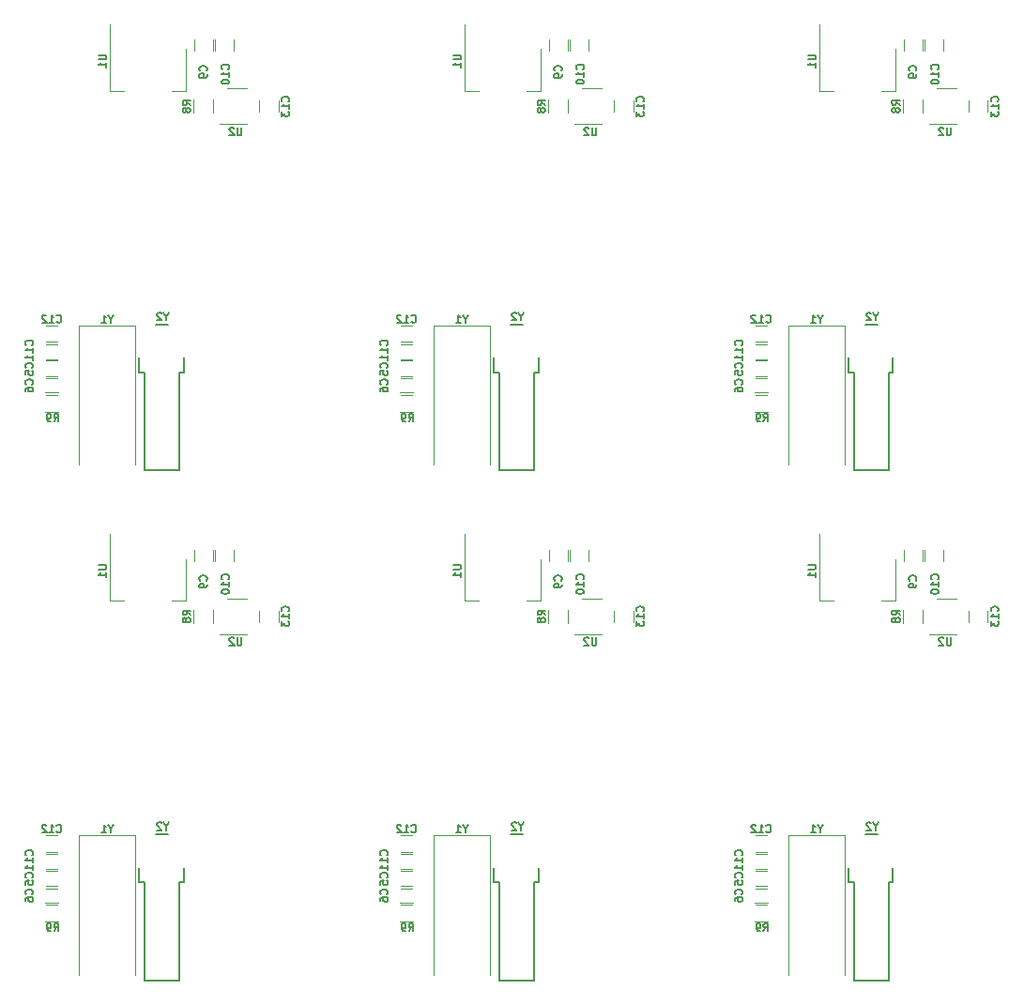
<source format=gbr>
G04 #@! TF.FileFunction,Legend,Bot*
%FSLAX46Y46*%
G04 Gerber Fmt 4.6, Leading zero omitted, Abs format (unit mm)*
G04 Created by KiCad (PCBNEW 4.0.7) date 07/23/18 15:50:34*
%MOMM*%
%LPD*%
G01*
G04 APERTURE LIST*
%ADD10C,0.100000*%
%ADD11C,0.120000*%
%ADD12C,0.150000*%
G04 APERTURE END LIST*
D10*
D11*
X145110000Y-58410000D02*
X143850000Y-58410000D01*
X138290000Y-58410000D02*
X139550000Y-58410000D01*
X145110000Y-54650000D02*
X145110000Y-58410000D01*
X138290000Y-52400000D02*
X138290000Y-58410000D01*
X147550000Y-53800000D02*
X147550000Y-54800000D01*
X145850000Y-54800000D02*
X145850000Y-53800000D01*
X149450000Y-53800000D02*
X149450000Y-54800000D01*
X147750000Y-54800000D02*
X147750000Y-53800000D01*
X147580000Y-60400000D02*
X147580000Y-59200000D01*
X145820000Y-59200000D02*
X145820000Y-60400000D01*
X153450000Y-59300000D02*
X153450000Y-60300000D01*
X151750000Y-60300000D02*
X151750000Y-59300000D01*
X148800000Y-58190000D02*
X150600000Y-58190000D01*
X150600000Y-61410000D02*
X148150000Y-61410000D01*
X165600000Y-85620000D02*
X164400000Y-85620000D01*
X164400000Y-87380000D02*
X165600000Y-87380000D01*
X164500000Y-82650000D02*
X165500000Y-82650000D01*
X165500000Y-84350000D02*
X164500000Y-84350000D01*
X164500000Y-81050000D02*
X165500000Y-81050000D01*
X165500000Y-82750000D02*
X164500000Y-82750000D01*
X167450000Y-92150000D02*
X167450000Y-79550000D01*
X167450000Y-79550000D02*
X172550000Y-79550000D01*
X172550000Y-79550000D02*
X172550000Y-92150000D01*
D12*
X175500000Y-79500000D02*
X174400000Y-79500000D01*
X172900000Y-83800000D02*
X172900000Y-82500000D01*
X173000000Y-83800000D02*
X172900000Y-83800000D01*
X173400000Y-83800000D02*
X173000000Y-83800000D01*
X173400000Y-92650000D02*
X173400000Y-83800000D01*
X176500000Y-92650000D02*
X173400000Y-92650000D01*
X176500000Y-83800000D02*
X176500000Y-92650000D01*
X176900000Y-83800000D02*
X176500000Y-83800000D01*
X176900000Y-82500000D02*
X176900000Y-83800000D01*
D11*
X164509843Y-84150000D02*
X165509843Y-84150000D01*
X165509843Y-85850000D02*
X164509843Y-85850000D01*
X164500000Y-79550000D02*
X165500000Y-79550000D01*
X165500000Y-81250000D02*
X164500000Y-81250000D01*
X100500000Y-82650000D02*
X101500000Y-82650000D01*
X101500000Y-84350000D02*
X100500000Y-84350000D01*
X100500000Y-81050000D02*
X101500000Y-81050000D01*
X101500000Y-82750000D02*
X100500000Y-82750000D01*
X100509843Y-84150000D02*
X101509843Y-84150000D01*
X101509843Y-85850000D02*
X100509843Y-85850000D01*
X103450000Y-92150000D02*
X103450000Y-79550000D01*
X103450000Y-79550000D02*
X108550000Y-79550000D01*
X108550000Y-79550000D02*
X108550000Y-92150000D01*
D12*
X111500000Y-79500000D02*
X110400000Y-79500000D01*
X108900000Y-83800000D02*
X108900000Y-82500000D01*
X109000000Y-83800000D02*
X108900000Y-83800000D01*
X109400000Y-83800000D02*
X109000000Y-83800000D01*
X109400000Y-92650000D02*
X109400000Y-83800000D01*
X112500000Y-92650000D02*
X109400000Y-92650000D01*
X112500000Y-83800000D02*
X112500000Y-92650000D01*
X112900000Y-83800000D02*
X112500000Y-83800000D01*
X112900000Y-82500000D02*
X112900000Y-83800000D01*
D11*
X101600000Y-85620000D02*
X100400000Y-85620000D01*
X100400000Y-87380000D02*
X101600000Y-87380000D01*
X100500000Y-79550000D02*
X101500000Y-79550000D01*
X101500000Y-81250000D02*
X100500000Y-81250000D01*
D12*
X143500000Y-79500000D02*
X142400000Y-79500000D01*
X140900000Y-83800000D02*
X140900000Y-82500000D01*
X141000000Y-83800000D02*
X140900000Y-83800000D01*
X141400000Y-83800000D02*
X141000000Y-83800000D01*
X141400000Y-92650000D02*
X141400000Y-83800000D01*
X144500000Y-92650000D02*
X141400000Y-92650000D01*
X144500000Y-83800000D02*
X144500000Y-92650000D01*
X144900000Y-83800000D02*
X144500000Y-83800000D01*
X144900000Y-82500000D02*
X144900000Y-83800000D01*
D11*
X135450000Y-92150000D02*
X135450000Y-79550000D01*
X135450000Y-79550000D02*
X140550000Y-79550000D01*
X140550000Y-79550000D02*
X140550000Y-92150000D01*
X132500000Y-79550000D02*
X133500000Y-79550000D01*
X133500000Y-81250000D02*
X132500000Y-81250000D01*
X132500000Y-81050000D02*
X133500000Y-81050000D01*
X133500000Y-82750000D02*
X132500000Y-82750000D01*
X133600000Y-85620000D02*
X132400000Y-85620000D01*
X132400000Y-87380000D02*
X133600000Y-87380000D01*
X132509843Y-84150000D02*
X133509843Y-84150000D01*
X133509843Y-85850000D02*
X132509843Y-85850000D01*
X132500000Y-82650000D02*
X133500000Y-82650000D01*
X133500000Y-84350000D02*
X132500000Y-84350000D01*
X177110000Y-58410000D02*
X175850000Y-58410000D01*
X170290000Y-58410000D02*
X171550000Y-58410000D01*
X177110000Y-54650000D02*
X177110000Y-58410000D01*
X170290000Y-52400000D02*
X170290000Y-58410000D01*
X179550000Y-53800000D02*
X179550000Y-54800000D01*
X177850000Y-54800000D02*
X177850000Y-53800000D01*
X179580000Y-60400000D02*
X179580000Y-59200000D01*
X177820000Y-59200000D02*
X177820000Y-60400000D01*
X185450000Y-59300000D02*
X185450000Y-60300000D01*
X183750000Y-60300000D02*
X183750000Y-59300000D01*
X181450000Y-53800000D02*
X181450000Y-54800000D01*
X179750000Y-54800000D02*
X179750000Y-53800000D01*
X180800000Y-58190000D02*
X182600000Y-58190000D01*
X182600000Y-61410000D02*
X180150000Y-61410000D01*
X116800000Y-58190000D02*
X118600000Y-58190000D01*
X118600000Y-61410000D02*
X116150000Y-61410000D01*
X115550000Y-53800000D02*
X115550000Y-54800000D01*
X113850000Y-54800000D02*
X113850000Y-53800000D01*
X117450000Y-53800000D02*
X117450000Y-54800000D01*
X115750000Y-54800000D02*
X115750000Y-53800000D01*
X113110000Y-58410000D02*
X111850000Y-58410000D01*
X106290000Y-58410000D02*
X107550000Y-58410000D01*
X113110000Y-54650000D02*
X113110000Y-58410000D01*
X106290000Y-52400000D02*
X106290000Y-58410000D01*
X121450000Y-59300000D02*
X121450000Y-60300000D01*
X119750000Y-60300000D02*
X119750000Y-59300000D01*
X115580000Y-60400000D02*
X115580000Y-59200000D01*
X113820000Y-59200000D02*
X113820000Y-60400000D01*
X181450000Y-99800000D02*
X181450000Y-100800000D01*
X179750000Y-100800000D02*
X179750000Y-99800000D01*
X179580000Y-106400000D02*
X179580000Y-105200000D01*
X177820000Y-105200000D02*
X177820000Y-106400000D01*
X179550000Y-99800000D02*
X179550000Y-100800000D01*
X177850000Y-100800000D02*
X177850000Y-99800000D01*
X185450000Y-105300000D02*
X185450000Y-106300000D01*
X183750000Y-106300000D02*
X183750000Y-105300000D01*
X177110000Y-104410000D02*
X175850000Y-104410000D01*
X170290000Y-104410000D02*
X171550000Y-104410000D01*
X177110000Y-100650000D02*
X177110000Y-104410000D01*
X170290000Y-98400000D02*
X170290000Y-104410000D01*
X180800000Y-104190000D02*
X182600000Y-104190000D01*
X182600000Y-107410000D02*
X180150000Y-107410000D01*
X164509843Y-130150000D02*
X165509843Y-130150000D01*
X165509843Y-131850000D02*
X164509843Y-131850000D01*
X164500000Y-127050000D02*
X165500000Y-127050000D01*
X165500000Y-128750000D02*
X164500000Y-128750000D01*
X165600000Y-131620000D02*
X164400000Y-131620000D01*
X164400000Y-133380000D02*
X165600000Y-133380000D01*
X164500000Y-128650000D02*
X165500000Y-128650000D01*
X165500000Y-130350000D02*
X164500000Y-130350000D01*
X167450000Y-138150000D02*
X167450000Y-125550000D01*
X167450000Y-125550000D02*
X172550000Y-125550000D01*
X172550000Y-125550000D02*
X172550000Y-138150000D01*
X164500000Y-125550000D02*
X165500000Y-125550000D01*
X165500000Y-127250000D02*
X164500000Y-127250000D01*
D12*
X175500000Y-125500000D02*
X174400000Y-125500000D01*
X172900000Y-129800000D02*
X172900000Y-128500000D01*
X173000000Y-129800000D02*
X172900000Y-129800000D01*
X173400000Y-129800000D02*
X173000000Y-129800000D01*
X173400000Y-138650000D02*
X173400000Y-129800000D01*
X176500000Y-138650000D02*
X173400000Y-138650000D01*
X176500000Y-129800000D02*
X176500000Y-138650000D01*
X176900000Y-129800000D02*
X176500000Y-129800000D01*
X176900000Y-128500000D02*
X176900000Y-129800000D01*
D11*
X149450000Y-99800000D02*
X149450000Y-100800000D01*
X147750000Y-100800000D02*
X147750000Y-99800000D01*
X147580000Y-106400000D02*
X147580000Y-105200000D01*
X145820000Y-105200000D02*
X145820000Y-106400000D01*
X147550000Y-99800000D02*
X147550000Y-100800000D01*
X145850000Y-100800000D02*
X145850000Y-99800000D01*
X153450000Y-105300000D02*
X153450000Y-106300000D01*
X151750000Y-106300000D02*
X151750000Y-105300000D01*
X145110000Y-104410000D02*
X143850000Y-104410000D01*
X138290000Y-104410000D02*
X139550000Y-104410000D01*
X145110000Y-100650000D02*
X145110000Y-104410000D01*
X138290000Y-98400000D02*
X138290000Y-104410000D01*
X148800000Y-104190000D02*
X150600000Y-104190000D01*
X150600000Y-107410000D02*
X148150000Y-107410000D01*
X132509843Y-130150000D02*
X133509843Y-130150000D01*
X133509843Y-131850000D02*
X132509843Y-131850000D01*
X132500000Y-127050000D02*
X133500000Y-127050000D01*
X133500000Y-128750000D02*
X132500000Y-128750000D01*
X133600000Y-131620000D02*
X132400000Y-131620000D01*
X132400000Y-133380000D02*
X133600000Y-133380000D01*
X132500000Y-128650000D02*
X133500000Y-128650000D01*
X133500000Y-130350000D02*
X132500000Y-130350000D01*
X135450000Y-138150000D02*
X135450000Y-125550000D01*
X135450000Y-125550000D02*
X140550000Y-125550000D01*
X140550000Y-125550000D02*
X140550000Y-138150000D01*
X132500000Y-125550000D02*
X133500000Y-125550000D01*
X133500000Y-127250000D02*
X132500000Y-127250000D01*
D12*
X143500000Y-125500000D02*
X142400000Y-125500000D01*
X140900000Y-129800000D02*
X140900000Y-128500000D01*
X141000000Y-129800000D02*
X140900000Y-129800000D01*
X141400000Y-129800000D02*
X141000000Y-129800000D01*
X141400000Y-138650000D02*
X141400000Y-129800000D01*
X144500000Y-138650000D02*
X141400000Y-138650000D01*
X144500000Y-129800000D02*
X144500000Y-138650000D01*
X144900000Y-129800000D02*
X144500000Y-129800000D01*
X144900000Y-128500000D02*
X144900000Y-129800000D01*
D11*
X100500000Y-128650000D02*
X101500000Y-128650000D01*
X101500000Y-130350000D02*
X100500000Y-130350000D01*
X100509843Y-130150000D02*
X101509843Y-130150000D01*
X101509843Y-131850000D02*
X100509843Y-131850000D01*
X115550000Y-99800000D02*
X115550000Y-100800000D01*
X113850000Y-100800000D02*
X113850000Y-99800000D01*
X117450000Y-99800000D02*
X117450000Y-100800000D01*
X115750000Y-100800000D02*
X115750000Y-99800000D01*
X100500000Y-127050000D02*
X101500000Y-127050000D01*
X101500000Y-128750000D02*
X100500000Y-128750000D01*
X100500000Y-125550000D02*
X101500000Y-125550000D01*
X101500000Y-127250000D02*
X100500000Y-127250000D01*
X121450000Y-105300000D02*
X121450000Y-106300000D01*
X119750000Y-106300000D02*
X119750000Y-105300000D01*
X115580000Y-106400000D02*
X115580000Y-105200000D01*
X113820000Y-105200000D02*
X113820000Y-106400000D01*
X101600000Y-131620000D02*
X100400000Y-131620000D01*
X100400000Y-133380000D02*
X101600000Y-133380000D01*
X116800000Y-104190000D02*
X118600000Y-104190000D01*
X118600000Y-107410000D02*
X116150000Y-107410000D01*
X103450000Y-138150000D02*
X103450000Y-125550000D01*
X103450000Y-125550000D02*
X108550000Y-125550000D01*
X108550000Y-125550000D02*
X108550000Y-138150000D01*
D12*
X111500000Y-125500000D02*
X110400000Y-125500000D01*
X108900000Y-129800000D02*
X108900000Y-128500000D01*
X109000000Y-129800000D02*
X108900000Y-129800000D01*
X109400000Y-129800000D02*
X109000000Y-129800000D01*
X109400000Y-138650000D02*
X109400000Y-129800000D01*
X112500000Y-138650000D02*
X109400000Y-138650000D01*
X112500000Y-129800000D02*
X112500000Y-138650000D01*
X112900000Y-129800000D02*
X112500000Y-129800000D01*
X112900000Y-128500000D02*
X112900000Y-129800000D01*
D11*
X113110000Y-104410000D02*
X111850000Y-104410000D01*
X106290000Y-104410000D02*
X107550000Y-104410000D01*
X113110000Y-100650000D02*
X113110000Y-104410000D01*
X106290000Y-98400000D02*
X106290000Y-104410000D01*
D12*
X137216667Y-55166667D02*
X137783333Y-55166667D01*
X137850000Y-55200000D01*
X137883333Y-55233333D01*
X137916667Y-55300000D01*
X137916667Y-55433333D01*
X137883333Y-55500000D01*
X137850000Y-55533333D01*
X137783333Y-55566667D01*
X137216667Y-55566667D01*
X137916667Y-56266666D02*
X137916667Y-55866666D01*
X137916667Y-56066666D02*
X137216667Y-56066666D01*
X137316667Y-56000000D01*
X137383333Y-55933333D01*
X137416667Y-55866666D01*
X146950000Y-56583334D02*
X146983333Y-56550000D01*
X147016667Y-56450000D01*
X147016667Y-56383334D01*
X146983333Y-56283334D01*
X146916667Y-56216667D01*
X146850000Y-56183334D01*
X146716667Y-56150000D01*
X146616667Y-56150000D01*
X146483333Y-56183334D01*
X146416667Y-56216667D01*
X146350000Y-56283334D01*
X146316667Y-56383334D01*
X146316667Y-56450000D01*
X146350000Y-56550000D01*
X146383333Y-56583334D01*
X147016667Y-56916667D02*
X147016667Y-57050000D01*
X146983333Y-57116667D01*
X146950000Y-57150000D01*
X146850000Y-57216667D01*
X146716667Y-57250000D01*
X146450000Y-57250000D01*
X146383333Y-57216667D01*
X146350000Y-57183334D01*
X146316667Y-57116667D01*
X146316667Y-56983334D01*
X146350000Y-56916667D01*
X146383333Y-56883334D01*
X146450000Y-56850000D01*
X146616667Y-56850000D01*
X146683333Y-56883334D01*
X146716667Y-56916667D01*
X146750000Y-56983334D01*
X146750000Y-57116667D01*
X146716667Y-57183334D01*
X146683333Y-57216667D01*
X146616667Y-57250000D01*
X148950000Y-56450000D02*
X148983333Y-56416666D01*
X149016667Y-56316666D01*
X149016667Y-56250000D01*
X148983333Y-56150000D01*
X148916667Y-56083333D01*
X148850000Y-56050000D01*
X148716667Y-56016666D01*
X148616667Y-56016666D01*
X148483333Y-56050000D01*
X148416667Y-56083333D01*
X148350000Y-56150000D01*
X148316667Y-56250000D01*
X148316667Y-56316666D01*
X148350000Y-56416666D01*
X148383333Y-56450000D01*
X149016667Y-57116666D02*
X149016667Y-56716666D01*
X149016667Y-56916666D02*
X148316667Y-56916666D01*
X148416667Y-56850000D01*
X148483333Y-56783333D01*
X148516667Y-56716666D01*
X148316667Y-57550000D02*
X148316667Y-57616667D01*
X148350000Y-57683333D01*
X148383333Y-57716667D01*
X148450000Y-57750000D01*
X148583333Y-57783333D01*
X148750000Y-57783333D01*
X148883333Y-57750000D01*
X148950000Y-57716667D01*
X148983333Y-57683333D01*
X149016667Y-57616667D01*
X149016667Y-57550000D01*
X148983333Y-57483333D01*
X148950000Y-57450000D01*
X148883333Y-57416667D01*
X148750000Y-57383333D01*
X148583333Y-57383333D01*
X148450000Y-57416667D01*
X148383333Y-57450000D01*
X148350000Y-57483333D01*
X148316667Y-57550000D01*
X145516667Y-59683334D02*
X145183333Y-59450000D01*
X145516667Y-59283334D02*
X144816667Y-59283334D01*
X144816667Y-59550000D01*
X144850000Y-59616667D01*
X144883333Y-59650000D01*
X144950000Y-59683334D01*
X145050000Y-59683334D01*
X145116667Y-59650000D01*
X145150000Y-59616667D01*
X145183333Y-59550000D01*
X145183333Y-59283334D01*
X145116667Y-60083334D02*
X145083333Y-60016667D01*
X145050000Y-59983334D01*
X144983333Y-59950000D01*
X144950000Y-59950000D01*
X144883333Y-59983334D01*
X144850000Y-60016667D01*
X144816667Y-60083334D01*
X144816667Y-60216667D01*
X144850000Y-60283334D01*
X144883333Y-60316667D01*
X144950000Y-60350000D01*
X144983333Y-60350000D01*
X145050000Y-60316667D01*
X145083333Y-60283334D01*
X145116667Y-60216667D01*
X145116667Y-60083334D01*
X145150000Y-60016667D01*
X145183333Y-59983334D01*
X145250000Y-59950000D01*
X145383333Y-59950000D01*
X145450000Y-59983334D01*
X145483333Y-60016667D01*
X145516667Y-60083334D01*
X145516667Y-60216667D01*
X145483333Y-60283334D01*
X145450000Y-60316667D01*
X145383333Y-60350000D01*
X145250000Y-60350000D01*
X145183333Y-60316667D01*
X145150000Y-60283334D01*
X145116667Y-60216667D01*
X154350000Y-59350000D02*
X154383333Y-59316666D01*
X154416667Y-59216666D01*
X154416667Y-59150000D01*
X154383333Y-59050000D01*
X154316667Y-58983333D01*
X154250000Y-58950000D01*
X154116667Y-58916666D01*
X154016667Y-58916666D01*
X153883333Y-58950000D01*
X153816667Y-58983333D01*
X153750000Y-59050000D01*
X153716667Y-59150000D01*
X153716667Y-59216666D01*
X153750000Y-59316666D01*
X153783333Y-59350000D01*
X154416667Y-60016666D02*
X154416667Y-59616666D01*
X154416667Y-59816666D02*
X153716667Y-59816666D01*
X153816667Y-59750000D01*
X153883333Y-59683333D01*
X153916667Y-59616666D01*
X153716667Y-60250000D02*
X153716667Y-60683333D01*
X153983333Y-60450000D01*
X153983333Y-60550000D01*
X154016667Y-60616667D01*
X154050000Y-60650000D01*
X154116667Y-60683333D01*
X154283333Y-60683333D01*
X154350000Y-60650000D01*
X154383333Y-60616667D01*
X154416667Y-60550000D01*
X154416667Y-60350000D01*
X154383333Y-60283333D01*
X154350000Y-60250000D01*
X150133333Y-61716667D02*
X150133333Y-62283333D01*
X150100000Y-62350000D01*
X150066667Y-62383333D01*
X150000000Y-62416667D01*
X149866667Y-62416667D01*
X149800000Y-62383333D01*
X149766667Y-62350000D01*
X149733333Y-62283333D01*
X149733333Y-61716667D01*
X149433334Y-61783333D02*
X149400000Y-61750000D01*
X149333334Y-61716667D01*
X149166667Y-61716667D01*
X149100000Y-61750000D01*
X149066667Y-61783333D01*
X149033334Y-61850000D01*
X149033334Y-61916667D01*
X149066667Y-62016667D01*
X149466667Y-62416667D01*
X149033334Y-62416667D01*
X165216666Y-88216667D02*
X165450000Y-87883333D01*
X165616666Y-88216667D02*
X165616666Y-87516667D01*
X165350000Y-87516667D01*
X165283333Y-87550000D01*
X165250000Y-87583333D01*
X165216666Y-87650000D01*
X165216666Y-87750000D01*
X165250000Y-87816667D01*
X165283333Y-87850000D01*
X165350000Y-87883333D01*
X165616666Y-87883333D01*
X164883333Y-88216667D02*
X164750000Y-88216667D01*
X164683333Y-88183333D01*
X164650000Y-88150000D01*
X164583333Y-88050000D01*
X164550000Y-87916667D01*
X164550000Y-87650000D01*
X164583333Y-87583333D01*
X164616666Y-87550000D01*
X164683333Y-87516667D01*
X164816666Y-87516667D01*
X164883333Y-87550000D01*
X164916666Y-87583333D01*
X164950000Y-87650000D01*
X164950000Y-87816667D01*
X164916666Y-87883333D01*
X164883333Y-87916667D01*
X164816666Y-87950000D01*
X164683333Y-87950000D01*
X164616666Y-87916667D01*
X164583333Y-87883333D01*
X164550000Y-87816667D01*
X163250000Y-83383334D02*
X163283333Y-83350000D01*
X163316667Y-83250000D01*
X163316667Y-83183334D01*
X163283333Y-83083334D01*
X163216667Y-83016667D01*
X163150000Y-82983334D01*
X163016667Y-82950000D01*
X162916667Y-82950000D01*
X162783333Y-82983334D01*
X162716667Y-83016667D01*
X162650000Y-83083334D01*
X162616667Y-83183334D01*
X162616667Y-83250000D01*
X162650000Y-83350000D01*
X162683333Y-83383334D01*
X162616667Y-84016667D02*
X162616667Y-83683334D01*
X162950000Y-83650000D01*
X162916667Y-83683334D01*
X162883333Y-83750000D01*
X162883333Y-83916667D01*
X162916667Y-83983334D01*
X162950000Y-84016667D01*
X163016667Y-84050000D01*
X163183333Y-84050000D01*
X163250000Y-84016667D01*
X163283333Y-83983334D01*
X163316667Y-83916667D01*
X163316667Y-83750000D01*
X163283333Y-83683334D01*
X163250000Y-83650000D01*
X163250000Y-81350000D02*
X163283333Y-81316666D01*
X163316667Y-81216666D01*
X163316667Y-81150000D01*
X163283333Y-81050000D01*
X163216667Y-80983333D01*
X163150000Y-80950000D01*
X163016667Y-80916666D01*
X162916667Y-80916666D01*
X162783333Y-80950000D01*
X162716667Y-80983333D01*
X162650000Y-81050000D01*
X162616667Y-81150000D01*
X162616667Y-81216666D01*
X162650000Y-81316666D01*
X162683333Y-81350000D01*
X163316667Y-82016666D02*
X163316667Y-81616666D01*
X163316667Y-81816666D02*
X162616667Y-81816666D01*
X162716667Y-81750000D01*
X162783333Y-81683333D01*
X162816667Y-81616666D01*
X163316667Y-82683333D02*
X163316667Y-82283333D01*
X163316667Y-82483333D02*
X162616667Y-82483333D01*
X162716667Y-82416667D01*
X162783333Y-82350000D01*
X162816667Y-82283333D01*
X170333333Y-78983333D02*
X170333333Y-79316667D01*
X170566666Y-78616667D02*
X170333333Y-78983333D01*
X170100000Y-78616667D01*
X169500000Y-79316667D02*
X169900000Y-79316667D01*
X169700000Y-79316667D02*
X169700000Y-78616667D01*
X169766666Y-78716667D01*
X169833333Y-78783333D01*
X169900000Y-78816667D01*
X175333333Y-78783333D02*
X175333333Y-79116667D01*
X175566666Y-78416667D02*
X175333333Y-78783333D01*
X175100000Y-78416667D01*
X174900000Y-78483333D02*
X174866666Y-78450000D01*
X174800000Y-78416667D01*
X174633333Y-78416667D01*
X174566666Y-78450000D01*
X174533333Y-78483333D01*
X174500000Y-78550000D01*
X174500000Y-78616667D01*
X174533333Y-78716667D01*
X174933333Y-79116667D01*
X174500000Y-79116667D01*
X163250000Y-84883334D02*
X163283333Y-84850000D01*
X163316667Y-84750000D01*
X163316667Y-84683334D01*
X163283333Y-84583334D01*
X163216667Y-84516667D01*
X163150000Y-84483334D01*
X163016667Y-84450000D01*
X162916667Y-84450000D01*
X162783333Y-84483334D01*
X162716667Y-84516667D01*
X162650000Y-84583334D01*
X162616667Y-84683334D01*
X162616667Y-84750000D01*
X162650000Y-84850000D01*
X162683333Y-84883334D01*
X162616667Y-85483334D02*
X162616667Y-85350000D01*
X162650000Y-85283334D01*
X162683333Y-85250000D01*
X162783333Y-85183334D01*
X162916667Y-85150000D01*
X163183333Y-85150000D01*
X163250000Y-85183334D01*
X163283333Y-85216667D01*
X163316667Y-85283334D01*
X163316667Y-85416667D01*
X163283333Y-85483334D01*
X163250000Y-85516667D01*
X163183333Y-85550000D01*
X163016667Y-85550000D01*
X162950000Y-85516667D01*
X162916667Y-85483334D01*
X162883333Y-85416667D01*
X162883333Y-85283334D01*
X162916667Y-85216667D01*
X162950000Y-85183334D01*
X163016667Y-85150000D01*
X165450000Y-79250000D02*
X165483334Y-79283333D01*
X165583334Y-79316667D01*
X165650000Y-79316667D01*
X165750000Y-79283333D01*
X165816667Y-79216667D01*
X165850000Y-79150000D01*
X165883334Y-79016667D01*
X165883334Y-78916667D01*
X165850000Y-78783333D01*
X165816667Y-78716667D01*
X165750000Y-78650000D01*
X165650000Y-78616667D01*
X165583334Y-78616667D01*
X165483334Y-78650000D01*
X165450000Y-78683333D01*
X164783334Y-79316667D02*
X165183334Y-79316667D01*
X164983334Y-79316667D02*
X164983334Y-78616667D01*
X165050000Y-78716667D01*
X165116667Y-78783333D01*
X165183334Y-78816667D01*
X164516667Y-78683333D02*
X164483333Y-78650000D01*
X164416667Y-78616667D01*
X164250000Y-78616667D01*
X164183333Y-78650000D01*
X164150000Y-78683333D01*
X164116667Y-78750000D01*
X164116667Y-78816667D01*
X164150000Y-78916667D01*
X164550000Y-79316667D01*
X164116667Y-79316667D01*
X99250000Y-83383334D02*
X99283333Y-83350000D01*
X99316667Y-83250000D01*
X99316667Y-83183334D01*
X99283333Y-83083334D01*
X99216667Y-83016667D01*
X99150000Y-82983334D01*
X99016667Y-82950000D01*
X98916667Y-82950000D01*
X98783333Y-82983334D01*
X98716667Y-83016667D01*
X98650000Y-83083334D01*
X98616667Y-83183334D01*
X98616667Y-83250000D01*
X98650000Y-83350000D01*
X98683333Y-83383334D01*
X98616667Y-84016667D02*
X98616667Y-83683334D01*
X98950000Y-83650000D01*
X98916667Y-83683334D01*
X98883333Y-83750000D01*
X98883333Y-83916667D01*
X98916667Y-83983334D01*
X98950000Y-84016667D01*
X99016667Y-84050000D01*
X99183333Y-84050000D01*
X99250000Y-84016667D01*
X99283333Y-83983334D01*
X99316667Y-83916667D01*
X99316667Y-83750000D01*
X99283333Y-83683334D01*
X99250000Y-83650000D01*
X99250000Y-81350000D02*
X99283333Y-81316666D01*
X99316667Y-81216666D01*
X99316667Y-81150000D01*
X99283333Y-81050000D01*
X99216667Y-80983333D01*
X99150000Y-80950000D01*
X99016667Y-80916666D01*
X98916667Y-80916666D01*
X98783333Y-80950000D01*
X98716667Y-80983333D01*
X98650000Y-81050000D01*
X98616667Y-81150000D01*
X98616667Y-81216666D01*
X98650000Y-81316666D01*
X98683333Y-81350000D01*
X99316667Y-82016666D02*
X99316667Y-81616666D01*
X99316667Y-81816666D02*
X98616667Y-81816666D01*
X98716667Y-81750000D01*
X98783333Y-81683333D01*
X98816667Y-81616666D01*
X99316667Y-82683333D02*
X99316667Y-82283333D01*
X99316667Y-82483333D02*
X98616667Y-82483333D01*
X98716667Y-82416667D01*
X98783333Y-82350000D01*
X98816667Y-82283333D01*
X99250000Y-84883334D02*
X99283333Y-84850000D01*
X99316667Y-84750000D01*
X99316667Y-84683334D01*
X99283333Y-84583334D01*
X99216667Y-84516667D01*
X99150000Y-84483334D01*
X99016667Y-84450000D01*
X98916667Y-84450000D01*
X98783333Y-84483334D01*
X98716667Y-84516667D01*
X98650000Y-84583334D01*
X98616667Y-84683334D01*
X98616667Y-84750000D01*
X98650000Y-84850000D01*
X98683333Y-84883334D01*
X98616667Y-85483334D02*
X98616667Y-85350000D01*
X98650000Y-85283334D01*
X98683333Y-85250000D01*
X98783333Y-85183334D01*
X98916667Y-85150000D01*
X99183333Y-85150000D01*
X99250000Y-85183334D01*
X99283333Y-85216667D01*
X99316667Y-85283334D01*
X99316667Y-85416667D01*
X99283333Y-85483334D01*
X99250000Y-85516667D01*
X99183333Y-85550000D01*
X99016667Y-85550000D01*
X98950000Y-85516667D01*
X98916667Y-85483334D01*
X98883333Y-85416667D01*
X98883333Y-85283334D01*
X98916667Y-85216667D01*
X98950000Y-85183334D01*
X99016667Y-85150000D01*
X106333333Y-78983333D02*
X106333333Y-79316667D01*
X106566666Y-78616667D02*
X106333333Y-78983333D01*
X106100000Y-78616667D01*
X105500000Y-79316667D02*
X105900000Y-79316667D01*
X105700000Y-79316667D02*
X105700000Y-78616667D01*
X105766666Y-78716667D01*
X105833333Y-78783333D01*
X105900000Y-78816667D01*
X111333333Y-78783333D02*
X111333333Y-79116667D01*
X111566666Y-78416667D02*
X111333333Y-78783333D01*
X111100000Y-78416667D01*
X110900000Y-78483333D02*
X110866666Y-78450000D01*
X110800000Y-78416667D01*
X110633333Y-78416667D01*
X110566666Y-78450000D01*
X110533333Y-78483333D01*
X110500000Y-78550000D01*
X110500000Y-78616667D01*
X110533333Y-78716667D01*
X110933333Y-79116667D01*
X110500000Y-79116667D01*
X101216666Y-88216667D02*
X101450000Y-87883333D01*
X101616666Y-88216667D02*
X101616666Y-87516667D01*
X101350000Y-87516667D01*
X101283333Y-87550000D01*
X101250000Y-87583333D01*
X101216666Y-87650000D01*
X101216666Y-87750000D01*
X101250000Y-87816667D01*
X101283333Y-87850000D01*
X101350000Y-87883333D01*
X101616666Y-87883333D01*
X100883333Y-88216667D02*
X100750000Y-88216667D01*
X100683333Y-88183333D01*
X100650000Y-88150000D01*
X100583333Y-88050000D01*
X100550000Y-87916667D01*
X100550000Y-87650000D01*
X100583333Y-87583333D01*
X100616666Y-87550000D01*
X100683333Y-87516667D01*
X100816666Y-87516667D01*
X100883333Y-87550000D01*
X100916666Y-87583333D01*
X100950000Y-87650000D01*
X100950000Y-87816667D01*
X100916666Y-87883333D01*
X100883333Y-87916667D01*
X100816666Y-87950000D01*
X100683333Y-87950000D01*
X100616666Y-87916667D01*
X100583333Y-87883333D01*
X100550000Y-87816667D01*
X101450000Y-79250000D02*
X101483334Y-79283333D01*
X101583334Y-79316667D01*
X101650000Y-79316667D01*
X101750000Y-79283333D01*
X101816667Y-79216667D01*
X101850000Y-79150000D01*
X101883334Y-79016667D01*
X101883334Y-78916667D01*
X101850000Y-78783333D01*
X101816667Y-78716667D01*
X101750000Y-78650000D01*
X101650000Y-78616667D01*
X101583334Y-78616667D01*
X101483334Y-78650000D01*
X101450000Y-78683333D01*
X100783334Y-79316667D02*
X101183334Y-79316667D01*
X100983334Y-79316667D02*
X100983334Y-78616667D01*
X101050000Y-78716667D01*
X101116667Y-78783333D01*
X101183334Y-78816667D01*
X100516667Y-78683333D02*
X100483333Y-78650000D01*
X100416667Y-78616667D01*
X100250000Y-78616667D01*
X100183333Y-78650000D01*
X100150000Y-78683333D01*
X100116667Y-78750000D01*
X100116667Y-78816667D01*
X100150000Y-78916667D01*
X100550000Y-79316667D01*
X100116667Y-79316667D01*
X143333333Y-78783333D02*
X143333333Y-79116667D01*
X143566666Y-78416667D02*
X143333333Y-78783333D01*
X143100000Y-78416667D01*
X142900000Y-78483333D02*
X142866666Y-78450000D01*
X142800000Y-78416667D01*
X142633333Y-78416667D01*
X142566666Y-78450000D01*
X142533333Y-78483333D01*
X142500000Y-78550000D01*
X142500000Y-78616667D01*
X142533333Y-78716667D01*
X142933333Y-79116667D01*
X142500000Y-79116667D01*
X138333333Y-78983333D02*
X138333333Y-79316667D01*
X138566666Y-78616667D02*
X138333333Y-78983333D01*
X138100000Y-78616667D01*
X137500000Y-79316667D02*
X137900000Y-79316667D01*
X137700000Y-79316667D02*
X137700000Y-78616667D01*
X137766666Y-78716667D01*
X137833333Y-78783333D01*
X137900000Y-78816667D01*
X133450000Y-79250000D02*
X133483334Y-79283333D01*
X133583334Y-79316667D01*
X133650000Y-79316667D01*
X133750000Y-79283333D01*
X133816667Y-79216667D01*
X133850000Y-79150000D01*
X133883334Y-79016667D01*
X133883334Y-78916667D01*
X133850000Y-78783333D01*
X133816667Y-78716667D01*
X133750000Y-78650000D01*
X133650000Y-78616667D01*
X133583334Y-78616667D01*
X133483334Y-78650000D01*
X133450000Y-78683333D01*
X132783334Y-79316667D02*
X133183334Y-79316667D01*
X132983334Y-79316667D02*
X132983334Y-78616667D01*
X133050000Y-78716667D01*
X133116667Y-78783333D01*
X133183334Y-78816667D01*
X132516667Y-78683333D02*
X132483333Y-78650000D01*
X132416667Y-78616667D01*
X132250000Y-78616667D01*
X132183333Y-78650000D01*
X132150000Y-78683333D01*
X132116667Y-78750000D01*
X132116667Y-78816667D01*
X132150000Y-78916667D01*
X132550000Y-79316667D01*
X132116667Y-79316667D01*
X131250000Y-81350000D02*
X131283333Y-81316666D01*
X131316667Y-81216666D01*
X131316667Y-81150000D01*
X131283333Y-81050000D01*
X131216667Y-80983333D01*
X131150000Y-80950000D01*
X131016667Y-80916666D01*
X130916667Y-80916666D01*
X130783333Y-80950000D01*
X130716667Y-80983333D01*
X130650000Y-81050000D01*
X130616667Y-81150000D01*
X130616667Y-81216666D01*
X130650000Y-81316666D01*
X130683333Y-81350000D01*
X131316667Y-82016666D02*
X131316667Y-81616666D01*
X131316667Y-81816666D02*
X130616667Y-81816666D01*
X130716667Y-81750000D01*
X130783333Y-81683333D01*
X130816667Y-81616666D01*
X131316667Y-82683333D02*
X131316667Y-82283333D01*
X131316667Y-82483333D02*
X130616667Y-82483333D01*
X130716667Y-82416667D01*
X130783333Y-82350000D01*
X130816667Y-82283333D01*
X133216666Y-88216667D02*
X133450000Y-87883333D01*
X133616666Y-88216667D02*
X133616666Y-87516667D01*
X133350000Y-87516667D01*
X133283333Y-87550000D01*
X133250000Y-87583333D01*
X133216666Y-87650000D01*
X133216666Y-87750000D01*
X133250000Y-87816667D01*
X133283333Y-87850000D01*
X133350000Y-87883333D01*
X133616666Y-87883333D01*
X132883333Y-88216667D02*
X132750000Y-88216667D01*
X132683333Y-88183333D01*
X132650000Y-88150000D01*
X132583333Y-88050000D01*
X132550000Y-87916667D01*
X132550000Y-87650000D01*
X132583333Y-87583333D01*
X132616666Y-87550000D01*
X132683333Y-87516667D01*
X132816666Y-87516667D01*
X132883333Y-87550000D01*
X132916666Y-87583333D01*
X132950000Y-87650000D01*
X132950000Y-87816667D01*
X132916666Y-87883333D01*
X132883333Y-87916667D01*
X132816666Y-87950000D01*
X132683333Y-87950000D01*
X132616666Y-87916667D01*
X132583333Y-87883333D01*
X132550000Y-87816667D01*
X131250000Y-84883334D02*
X131283333Y-84850000D01*
X131316667Y-84750000D01*
X131316667Y-84683334D01*
X131283333Y-84583334D01*
X131216667Y-84516667D01*
X131150000Y-84483334D01*
X131016667Y-84450000D01*
X130916667Y-84450000D01*
X130783333Y-84483334D01*
X130716667Y-84516667D01*
X130650000Y-84583334D01*
X130616667Y-84683334D01*
X130616667Y-84750000D01*
X130650000Y-84850000D01*
X130683333Y-84883334D01*
X130616667Y-85483334D02*
X130616667Y-85350000D01*
X130650000Y-85283334D01*
X130683333Y-85250000D01*
X130783333Y-85183334D01*
X130916667Y-85150000D01*
X131183333Y-85150000D01*
X131250000Y-85183334D01*
X131283333Y-85216667D01*
X131316667Y-85283334D01*
X131316667Y-85416667D01*
X131283333Y-85483334D01*
X131250000Y-85516667D01*
X131183333Y-85550000D01*
X131016667Y-85550000D01*
X130950000Y-85516667D01*
X130916667Y-85483334D01*
X130883333Y-85416667D01*
X130883333Y-85283334D01*
X130916667Y-85216667D01*
X130950000Y-85183334D01*
X131016667Y-85150000D01*
X131250000Y-83383334D02*
X131283333Y-83350000D01*
X131316667Y-83250000D01*
X131316667Y-83183334D01*
X131283333Y-83083334D01*
X131216667Y-83016667D01*
X131150000Y-82983334D01*
X131016667Y-82950000D01*
X130916667Y-82950000D01*
X130783333Y-82983334D01*
X130716667Y-83016667D01*
X130650000Y-83083334D01*
X130616667Y-83183334D01*
X130616667Y-83250000D01*
X130650000Y-83350000D01*
X130683333Y-83383334D01*
X130616667Y-84016667D02*
X130616667Y-83683334D01*
X130950000Y-83650000D01*
X130916667Y-83683334D01*
X130883333Y-83750000D01*
X130883333Y-83916667D01*
X130916667Y-83983334D01*
X130950000Y-84016667D01*
X131016667Y-84050000D01*
X131183333Y-84050000D01*
X131250000Y-84016667D01*
X131283333Y-83983334D01*
X131316667Y-83916667D01*
X131316667Y-83750000D01*
X131283333Y-83683334D01*
X131250000Y-83650000D01*
X169216667Y-55166667D02*
X169783333Y-55166667D01*
X169850000Y-55200000D01*
X169883333Y-55233333D01*
X169916667Y-55300000D01*
X169916667Y-55433333D01*
X169883333Y-55500000D01*
X169850000Y-55533333D01*
X169783333Y-55566667D01*
X169216667Y-55566667D01*
X169916667Y-56266666D02*
X169916667Y-55866666D01*
X169916667Y-56066666D02*
X169216667Y-56066666D01*
X169316667Y-56000000D01*
X169383333Y-55933333D01*
X169416667Y-55866666D01*
X178950000Y-56583334D02*
X178983333Y-56550000D01*
X179016667Y-56450000D01*
X179016667Y-56383334D01*
X178983333Y-56283334D01*
X178916667Y-56216667D01*
X178850000Y-56183334D01*
X178716667Y-56150000D01*
X178616667Y-56150000D01*
X178483333Y-56183334D01*
X178416667Y-56216667D01*
X178350000Y-56283334D01*
X178316667Y-56383334D01*
X178316667Y-56450000D01*
X178350000Y-56550000D01*
X178383333Y-56583334D01*
X179016667Y-56916667D02*
X179016667Y-57050000D01*
X178983333Y-57116667D01*
X178950000Y-57150000D01*
X178850000Y-57216667D01*
X178716667Y-57250000D01*
X178450000Y-57250000D01*
X178383333Y-57216667D01*
X178350000Y-57183334D01*
X178316667Y-57116667D01*
X178316667Y-56983334D01*
X178350000Y-56916667D01*
X178383333Y-56883334D01*
X178450000Y-56850000D01*
X178616667Y-56850000D01*
X178683333Y-56883334D01*
X178716667Y-56916667D01*
X178750000Y-56983334D01*
X178750000Y-57116667D01*
X178716667Y-57183334D01*
X178683333Y-57216667D01*
X178616667Y-57250000D01*
X177516667Y-59683334D02*
X177183333Y-59450000D01*
X177516667Y-59283334D02*
X176816667Y-59283334D01*
X176816667Y-59550000D01*
X176850000Y-59616667D01*
X176883333Y-59650000D01*
X176950000Y-59683334D01*
X177050000Y-59683334D01*
X177116667Y-59650000D01*
X177150000Y-59616667D01*
X177183333Y-59550000D01*
X177183333Y-59283334D01*
X177116667Y-60083334D02*
X177083333Y-60016667D01*
X177050000Y-59983334D01*
X176983333Y-59950000D01*
X176950000Y-59950000D01*
X176883333Y-59983334D01*
X176850000Y-60016667D01*
X176816667Y-60083334D01*
X176816667Y-60216667D01*
X176850000Y-60283334D01*
X176883333Y-60316667D01*
X176950000Y-60350000D01*
X176983333Y-60350000D01*
X177050000Y-60316667D01*
X177083333Y-60283334D01*
X177116667Y-60216667D01*
X177116667Y-60083334D01*
X177150000Y-60016667D01*
X177183333Y-59983334D01*
X177250000Y-59950000D01*
X177383333Y-59950000D01*
X177450000Y-59983334D01*
X177483333Y-60016667D01*
X177516667Y-60083334D01*
X177516667Y-60216667D01*
X177483333Y-60283334D01*
X177450000Y-60316667D01*
X177383333Y-60350000D01*
X177250000Y-60350000D01*
X177183333Y-60316667D01*
X177150000Y-60283334D01*
X177116667Y-60216667D01*
X186350000Y-59350000D02*
X186383333Y-59316666D01*
X186416667Y-59216666D01*
X186416667Y-59150000D01*
X186383333Y-59050000D01*
X186316667Y-58983333D01*
X186250000Y-58950000D01*
X186116667Y-58916666D01*
X186016667Y-58916666D01*
X185883333Y-58950000D01*
X185816667Y-58983333D01*
X185750000Y-59050000D01*
X185716667Y-59150000D01*
X185716667Y-59216666D01*
X185750000Y-59316666D01*
X185783333Y-59350000D01*
X186416667Y-60016666D02*
X186416667Y-59616666D01*
X186416667Y-59816666D02*
X185716667Y-59816666D01*
X185816667Y-59750000D01*
X185883333Y-59683333D01*
X185916667Y-59616666D01*
X185716667Y-60250000D02*
X185716667Y-60683333D01*
X185983333Y-60450000D01*
X185983333Y-60550000D01*
X186016667Y-60616667D01*
X186050000Y-60650000D01*
X186116667Y-60683333D01*
X186283333Y-60683333D01*
X186350000Y-60650000D01*
X186383333Y-60616667D01*
X186416667Y-60550000D01*
X186416667Y-60350000D01*
X186383333Y-60283333D01*
X186350000Y-60250000D01*
X180950000Y-56450000D02*
X180983333Y-56416666D01*
X181016667Y-56316666D01*
X181016667Y-56250000D01*
X180983333Y-56150000D01*
X180916667Y-56083333D01*
X180850000Y-56050000D01*
X180716667Y-56016666D01*
X180616667Y-56016666D01*
X180483333Y-56050000D01*
X180416667Y-56083333D01*
X180350000Y-56150000D01*
X180316667Y-56250000D01*
X180316667Y-56316666D01*
X180350000Y-56416666D01*
X180383333Y-56450000D01*
X181016667Y-57116666D02*
X181016667Y-56716666D01*
X181016667Y-56916666D02*
X180316667Y-56916666D01*
X180416667Y-56850000D01*
X180483333Y-56783333D01*
X180516667Y-56716666D01*
X180316667Y-57550000D02*
X180316667Y-57616667D01*
X180350000Y-57683333D01*
X180383333Y-57716667D01*
X180450000Y-57750000D01*
X180583333Y-57783333D01*
X180750000Y-57783333D01*
X180883333Y-57750000D01*
X180950000Y-57716667D01*
X180983333Y-57683333D01*
X181016667Y-57616667D01*
X181016667Y-57550000D01*
X180983333Y-57483333D01*
X180950000Y-57450000D01*
X180883333Y-57416667D01*
X180750000Y-57383333D01*
X180583333Y-57383333D01*
X180450000Y-57416667D01*
X180383333Y-57450000D01*
X180350000Y-57483333D01*
X180316667Y-57550000D01*
X182133333Y-61716667D02*
X182133333Y-62283333D01*
X182100000Y-62350000D01*
X182066667Y-62383333D01*
X182000000Y-62416667D01*
X181866667Y-62416667D01*
X181800000Y-62383333D01*
X181766667Y-62350000D01*
X181733333Y-62283333D01*
X181733333Y-61716667D01*
X181433334Y-61783333D02*
X181400000Y-61750000D01*
X181333334Y-61716667D01*
X181166667Y-61716667D01*
X181100000Y-61750000D01*
X181066667Y-61783333D01*
X181033334Y-61850000D01*
X181033334Y-61916667D01*
X181066667Y-62016667D01*
X181466667Y-62416667D01*
X181033334Y-62416667D01*
X118133333Y-61716667D02*
X118133333Y-62283333D01*
X118100000Y-62350000D01*
X118066667Y-62383333D01*
X118000000Y-62416667D01*
X117866667Y-62416667D01*
X117800000Y-62383333D01*
X117766667Y-62350000D01*
X117733333Y-62283333D01*
X117733333Y-61716667D01*
X117433334Y-61783333D02*
X117400000Y-61750000D01*
X117333334Y-61716667D01*
X117166667Y-61716667D01*
X117100000Y-61750000D01*
X117066667Y-61783333D01*
X117033334Y-61850000D01*
X117033334Y-61916667D01*
X117066667Y-62016667D01*
X117466667Y-62416667D01*
X117033334Y-62416667D01*
X114950000Y-56583334D02*
X114983333Y-56550000D01*
X115016667Y-56450000D01*
X115016667Y-56383334D01*
X114983333Y-56283334D01*
X114916667Y-56216667D01*
X114850000Y-56183334D01*
X114716667Y-56150000D01*
X114616667Y-56150000D01*
X114483333Y-56183334D01*
X114416667Y-56216667D01*
X114350000Y-56283334D01*
X114316667Y-56383334D01*
X114316667Y-56450000D01*
X114350000Y-56550000D01*
X114383333Y-56583334D01*
X115016667Y-56916667D02*
X115016667Y-57050000D01*
X114983333Y-57116667D01*
X114950000Y-57150000D01*
X114850000Y-57216667D01*
X114716667Y-57250000D01*
X114450000Y-57250000D01*
X114383333Y-57216667D01*
X114350000Y-57183334D01*
X114316667Y-57116667D01*
X114316667Y-56983334D01*
X114350000Y-56916667D01*
X114383333Y-56883334D01*
X114450000Y-56850000D01*
X114616667Y-56850000D01*
X114683333Y-56883334D01*
X114716667Y-56916667D01*
X114750000Y-56983334D01*
X114750000Y-57116667D01*
X114716667Y-57183334D01*
X114683333Y-57216667D01*
X114616667Y-57250000D01*
X116950000Y-56450000D02*
X116983333Y-56416666D01*
X117016667Y-56316666D01*
X117016667Y-56250000D01*
X116983333Y-56150000D01*
X116916667Y-56083333D01*
X116850000Y-56050000D01*
X116716667Y-56016666D01*
X116616667Y-56016666D01*
X116483333Y-56050000D01*
X116416667Y-56083333D01*
X116350000Y-56150000D01*
X116316667Y-56250000D01*
X116316667Y-56316666D01*
X116350000Y-56416666D01*
X116383333Y-56450000D01*
X117016667Y-57116666D02*
X117016667Y-56716666D01*
X117016667Y-56916666D02*
X116316667Y-56916666D01*
X116416667Y-56850000D01*
X116483333Y-56783333D01*
X116516667Y-56716666D01*
X116316667Y-57550000D02*
X116316667Y-57616667D01*
X116350000Y-57683333D01*
X116383333Y-57716667D01*
X116450000Y-57750000D01*
X116583333Y-57783333D01*
X116750000Y-57783333D01*
X116883333Y-57750000D01*
X116950000Y-57716667D01*
X116983333Y-57683333D01*
X117016667Y-57616667D01*
X117016667Y-57550000D01*
X116983333Y-57483333D01*
X116950000Y-57450000D01*
X116883333Y-57416667D01*
X116750000Y-57383333D01*
X116583333Y-57383333D01*
X116450000Y-57416667D01*
X116383333Y-57450000D01*
X116350000Y-57483333D01*
X116316667Y-57550000D01*
X105216667Y-55166667D02*
X105783333Y-55166667D01*
X105850000Y-55200000D01*
X105883333Y-55233333D01*
X105916667Y-55300000D01*
X105916667Y-55433333D01*
X105883333Y-55500000D01*
X105850000Y-55533333D01*
X105783333Y-55566667D01*
X105216667Y-55566667D01*
X105916667Y-56266666D02*
X105916667Y-55866666D01*
X105916667Y-56066666D02*
X105216667Y-56066666D01*
X105316667Y-56000000D01*
X105383333Y-55933333D01*
X105416667Y-55866666D01*
X122350000Y-59350000D02*
X122383333Y-59316666D01*
X122416667Y-59216666D01*
X122416667Y-59150000D01*
X122383333Y-59050000D01*
X122316667Y-58983333D01*
X122250000Y-58950000D01*
X122116667Y-58916666D01*
X122016667Y-58916666D01*
X121883333Y-58950000D01*
X121816667Y-58983333D01*
X121750000Y-59050000D01*
X121716667Y-59150000D01*
X121716667Y-59216666D01*
X121750000Y-59316666D01*
X121783333Y-59350000D01*
X122416667Y-60016666D02*
X122416667Y-59616666D01*
X122416667Y-59816666D02*
X121716667Y-59816666D01*
X121816667Y-59750000D01*
X121883333Y-59683333D01*
X121916667Y-59616666D01*
X121716667Y-60250000D02*
X121716667Y-60683333D01*
X121983333Y-60450000D01*
X121983333Y-60550000D01*
X122016667Y-60616667D01*
X122050000Y-60650000D01*
X122116667Y-60683333D01*
X122283333Y-60683333D01*
X122350000Y-60650000D01*
X122383333Y-60616667D01*
X122416667Y-60550000D01*
X122416667Y-60350000D01*
X122383333Y-60283333D01*
X122350000Y-60250000D01*
X113516667Y-59683334D02*
X113183333Y-59450000D01*
X113516667Y-59283334D02*
X112816667Y-59283334D01*
X112816667Y-59550000D01*
X112850000Y-59616667D01*
X112883333Y-59650000D01*
X112950000Y-59683334D01*
X113050000Y-59683334D01*
X113116667Y-59650000D01*
X113150000Y-59616667D01*
X113183333Y-59550000D01*
X113183333Y-59283334D01*
X113116667Y-60083334D02*
X113083333Y-60016667D01*
X113050000Y-59983334D01*
X112983333Y-59950000D01*
X112950000Y-59950000D01*
X112883333Y-59983334D01*
X112850000Y-60016667D01*
X112816667Y-60083334D01*
X112816667Y-60216667D01*
X112850000Y-60283334D01*
X112883333Y-60316667D01*
X112950000Y-60350000D01*
X112983333Y-60350000D01*
X113050000Y-60316667D01*
X113083333Y-60283334D01*
X113116667Y-60216667D01*
X113116667Y-60083334D01*
X113150000Y-60016667D01*
X113183333Y-59983334D01*
X113250000Y-59950000D01*
X113383333Y-59950000D01*
X113450000Y-59983334D01*
X113483333Y-60016667D01*
X113516667Y-60083334D01*
X113516667Y-60216667D01*
X113483333Y-60283334D01*
X113450000Y-60316667D01*
X113383333Y-60350000D01*
X113250000Y-60350000D01*
X113183333Y-60316667D01*
X113150000Y-60283334D01*
X113116667Y-60216667D01*
X180950000Y-102450000D02*
X180983333Y-102416666D01*
X181016667Y-102316666D01*
X181016667Y-102250000D01*
X180983333Y-102150000D01*
X180916667Y-102083333D01*
X180850000Y-102050000D01*
X180716667Y-102016666D01*
X180616667Y-102016666D01*
X180483333Y-102050000D01*
X180416667Y-102083333D01*
X180350000Y-102150000D01*
X180316667Y-102250000D01*
X180316667Y-102316666D01*
X180350000Y-102416666D01*
X180383333Y-102450000D01*
X181016667Y-103116666D02*
X181016667Y-102716666D01*
X181016667Y-102916666D02*
X180316667Y-102916666D01*
X180416667Y-102850000D01*
X180483333Y-102783333D01*
X180516667Y-102716666D01*
X180316667Y-103550000D02*
X180316667Y-103616667D01*
X180350000Y-103683333D01*
X180383333Y-103716667D01*
X180450000Y-103750000D01*
X180583333Y-103783333D01*
X180750000Y-103783333D01*
X180883333Y-103750000D01*
X180950000Y-103716667D01*
X180983333Y-103683333D01*
X181016667Y-103616667D01*
X181016667Y-103550000D01*
X180983333Y-103483333D01*
X180950000Y-103450000D01*
X180883333Y-103416667D01*
X180750000Y-103383333D01*
X180583333Y-103383333D01*
X180450000Y-103416667D01*
X180383333Y-103450000D01*
X180350000Y-103483333D01*
X180316667Y-103550000D01*
X177516667Y-105683334D02*
X177183333Y-105450000D01*
X177516667Y-105283334D02*
X176816667Y-105283334D01*
X176816667Y-105550000D01*
X176850000Y-105616667D01*
X176883333Y-105650000D01*
X176950000Y-105683334D01*
X177050000Y-105683334D01*
X177116667Y-105650000D01*
X177150000Y-105616667D01*
X177183333Y-105550000D01*
X177183333Y-105283334D01*
X177116667Y-106083334D02*
X177083333Y-106016667D01*
X177050000Y-105983334D01*
X176983333Y-105950000D01*
X176950000Y-105950000D01*
X176883333Y-105983334D01*
X176850000Y-106016667D01*
X176816667Y-106083334D01*
X176816667Y-106216667D01*
X176850000Y-106283334D01*
X176883333Y-106316667D01*
X176950000Y-106350000D01*
X176983333Y-106350000D01*
X177050000Y-106316667D01*
X177083333Y-106283334D01*
X177116667Y-106216667D01*
X177116667Y-106083334D01*
X177150000Y-106016667D01*
X177183333Y-105983334D01*
X177250000Y-105950000D01*
X177383333Y-105950000D01*
X177450000Y-105983334D01*
X177483333Y-106016667D01*
X177516667Y-106083334D01*
X177516667Y-106216667D01*
X177483333Y-106283334D01*
X177450000Y-106316667D01*
X177383333Y-106350000D01*
X177250000Y-106350000D01*
X177183333Y-106316667D01*
X177150000Y-106283334D01*
X177116667Y-106216667D01*
X178950000Y-102583334D02*
X178983333Y-102550000D01*
X179016667Y-102450000D01*
X179016667Y-102383334D01*
X178983333Y-102283334D01*
X178916667Y-102216667D01*
X178850000Y-102183334D01*
X178716667Y-102150000D01*
X178616667Y-102150000D01*
X178483333Y-102183334D01*
X178416667Y-102216667D01*
X178350000Y-102283334D01*
X178316667Y-102383334D01*
X178316667Y-102450000D01*
X178350000Y-102550000D01*
X178383333Y-102583334D01*
X179016667Y-102916667D02*
X179016667Y-103050000D01*
X178983333Y-103116667D01*
X178950000Y-103150000D01*
X178850000Y-103216667D01*
X178716667Y-103250000D01*
X178450000Y-103250000D01*
X178383333Y-103216667D01*
X178350000Y-103183334D01*
X178316667Y-103116667D01*
X178316667Y-102983334D01*
X178350000Y-102916667D01*
X178383333Y-102883334D01*
X178450000Y-102850000D01*
X178616667Y-102850000D01*
X178683333Y-102883334D01*
X178716667Y-102916667D01*
X178750000Y-102983334D01*
X178750000Y-103116667D01*
X178716667Y-103183334D01*
X178683333Y-103216667D01*
X178616667Y-103250000D01*
X186350000Y-105350000D02*
X186383333Y-105316666D01*
X186416667Y-105216666D01*
X186416667Y-105150000D01*
X186383333Y-105050000D01*
X186316667Y-104983333D01*
X186250000Y-104950000D01*
X186116667Y-104916666D01*
X186016667Y-104916666D01*
X185883333Y-104950000D01*
X185816667Y-104983333D01*
X185750000Y-105050000D01*
X185716667Y-105150000D01*
X185716667Y-105216666D01*
X185750000Y-105316666D01*
X185783333Y-105350000D01*
X186416667Y-106016666D02*
X186416667Y-105616666D01*
X186416667Y-105816666D02*
X185716667Y-105816666D01*
X185816667Y-105750000D01*
X185883333Y-105683333D01*
X185916667Y-105616666D01*
X185716667Y-106250000D02*
X185716667Y-106683333D01*
X185983333Y-106450000D01*
X185983333Y-106550000D01*
X186016667Y-106616667D01*
X186050000Y-106650000D01*
X186116667Y-106683333D01*
X186283333Y-106683333D01*
X186350000Y-106650000D01*
X186383333Y-106616667D01*
X186416667Y-106550000D01*
X186416667Y-106350000D01*
X186383333Y-106283333D01*
X186350000Y-106250000D01*
X169216667Y-101166667D02*
X169783333Y-101166667D01*
X169850000Y-101200000D01*
X169883333Y-101233333D01*
X169916667Y-101300000D01*
X169916667Y-101433333D01*
X169883333Y-101500000D01*
X169850000Y-101533333D01*
X169783333Y-101566667D01*
X169216667Y-101566667D01*
X169916667Y-102266666D02*
X169916667Y-101866666D01*
X169916667Y-102066666D02*
X169216667Y-102066666D01*
X169316667Y-102000000D01*
X169383333Y-101933333D01*
X169416667Y-101866666D01*
X182133333Y-107716667D02*
X182133333Y-108283333D01*
X182100000Y-108350000D01*
X182066667Y-108383333D01*
X182000000Y-108416667D01*
X181866667Y-108416667D01*
X181800000Y-108383333D01*
X181766667Y-108350000D01*
X181733333Y-108283333D01*
X181733333Y-107716667D01*
X181433334Y-107783333D02*
X181400000Y-107750000D01*
X181333334Y-107716667D01*
X181166667Y-107716667D01*
X181100000Y-107750000D01*
X181066667Y-107783333D01*
X181033334Y-107850000D01*
X181033334Y-107916667D01*
X181066667Y-108016667D01*
X181466667Y-108416667D01*
X181033334Y-108416667D01*
X163250000Y-130883334D02*
X163283333Y-130850000D01*
X163316667Y-130750000D01*
X163316667Y-130683334D01*
X163283333Y-130583334D01*
X163216667Y-130516667D01*
X163150000Y-130483334D01*
X163016667Y-130450000D01*
X162916667Y-130450000D01*
X162783333Y-130483334D01*
X162716667Y-130516667D01*
X162650000Y-130583334D01*
X162616667Y-130683334D01*
X162616667Y-130750000D01*
X162650000Y-130850000D01*
X162683333Y-130883334D01*
X162616667Y-131483334D02*
X162616667Y-131350000D01*
X162650000Y-131283334D01*
X162683333Y-131250000D01*
X162783333Y-131183334D01*
X162916667Y-131150000D01*
X163183333Y-131150000D01*
X163250000Y-131183334D01*
X163283333Y-131216667D01*
X163316667Y-131283334D01*
X163316667Y-131416667D01*
X163283333Y-131483334D01*
X163250000Y-131516667D01*
X163183333Y-131550000D01*
X163016667Y-131550000D01*
X162950000Y-131516667D01*
X162916667Y-131483334D01*
X162883333Y-131416667D01*
X162883333Y-131283334D01*
X162916667Y-131216667D01*
X162950000Y-131183334D01*
X163016667Y-131150000D01*
X163250000Y-127350000D02*
X163283333Y-127316666D01*
X163316667Y-127216666D01*
X163316667Y-127150000D01*
X163283333Y-127050000D01*
X163216667Y-126983333D01*
X163150000Y-126950000D01*
X163016667Y-126916666D01*
X162916667Y-126916666D01*
X162783333Y-126950000D01*
X162716667Y-126983333D01*
X162650000Y-127050000D01*
X162616667Y-127150000D01*
X162616667Y-127216666D01*
X162650000Y-127316666D01*
X162683333Y-127350000D01*
X163316667Y-128016666D02*
X163316667Y-127616666D01*
X163316667Y-127816666D02*
X162616667Y-127816666D01*
X162716667Y-127750000D01*
X162783333Y-127683333D01*
X162816667Y-127616666D01*
X163316667Y-128683333D02*
X163316667Y-128283333D01*
X163316667Y-128483333D02*
X162616667Y-128483333D01*
X162716667Y-128416667D01*
X162783333Y-128350000D01*
X162816667Y-128283333D01*
X165216666Y-134216667D02*
X165450000Y-133883333D01*
X165616666Y-134216667D02*
X165616666Y-133516667D01*
X165350000Y-133516667D01*
X165283333Y-133550000D01*
X165250000Y-133583333D01*
X165216666Y-133650000D01*
X165216666Y-133750000D01*
X165250000Y-133816667D01*
X165283333Y-133850000D01*
X165350000Y-133883333D01*
X165616666Y-133883333D01*
X164883333Y-134216667D02*
X164750000Y-134216667D01*
X164683333Y-134183333D01*
X164650000Y-134150000D01*
X164583333Y-134050000D01*
X164550000Y-133916667D01*
X164550000Y-133650000D01*
X164583333Y-133583333D01*
X164616666Y-133550000D01*
X164683333Y-133516667D01*
X164816666Y-133516667D01*
X164883333Y-133550000D01*
X164916666Y-133583333D01*
X164950000Y-133650000D01*
X164950000Y-133816667D01*
X164916666Y-133883333D01*
X164883333Y-133916667D01*
X164816666Y-133950000D01*
X164683333Y-133950000D01*
X164616666Y-133916667D01*
X164583333Y-133883333D01*
X164550000Y-133816667D01*
X163250000Y-129383334D02*
X163283333Y-129350000D01*
X163316667Y-129250000D01*
X163316667Y-129183334D01*
X163283333Y-129083334D01*
X163216667Y-129016667D01*
X163150000Y-128983334D01*
X163016667Y-128950000D01*
X162916667Y-128950000D01*
X162783333Y-128983334D01*
X162716667Y-129016667D01*
X162650000Y-129083334D01*
X162616667Y-129183334D01*
X162616667Y-129250000D01*
X162650000Y-129350000D01*
X162683333Y-129383334D01*
X162616667Y-130016667D02*
X162616667Y-129683334D01*
X162950000Y-129650000D01*
X162916667Y-129683334D01*
X162883333Y-129750000D01*
X162883333Y-129916667D01*
X162916667Y-129983334D01*
X162950000Y-130016667D01*
X163016667Y-130050000D01*
X163183333Y-130050000D01*
X163250000Y-130016667D01*
X163283333Y-129983334D01*
X163316667Y-129916667D01*
X163316667Y-129750000D01*
X163283333Y-129683334D01*
X163250000Y-129650000D01*
X170333333Y-124983333D02*
X170333333Y-125316667D01*
X170566666Y-124616667D02*
X170333333Y-124983333D01*
X170100000Y-124616667D01*
X169500000Y-125316667D02*
X169900000Y-125316667D01*
X169700000Y-125316667D02*
X169700000Y-124616667D01*
X169766666Y-124716667D01*
X169833333Y-124783333D01*
X169900000Y-124816667D01*
X165450000Y-125250000D02*
X165483334Y-125283333D01*
X165583334Y-125316667D01*
X165650000Y-125316667D01*
X165750000Y-125283333D01*
X165816667Y-125216667D01*
X165850000Y-125150000D01*
X165883334Y-125016667D01*
X165883334Y-124916667D01*
X165850000Y-124783333D01*
X165816667Y-124716667D01*
X165750000Y-124650000D01*
X165650000Y-124616667D01*
X165583334Y-124616667D01*
X165483334Y-124650000D01*
X165450000Y-124683333D01*
X164783334Y-125316667D02*
X165183334Y-125316667D01*
X164983334Y-125316667D02*
X164983334Y-124616667D01*
X165050000Y-124716667D01*
X165116667Y-124783333D01*
X165183334Y-124816667D01*
X164516667Y-124683333D02*
X164483333Y-124650000D01*
X164416667Y-124616667D01*
X164250000Y-124616667D01*
X164183333Y-124650000D01*
X164150000Y-124683333D01*
X164116667Y-124750000D01*
X164116667Y-124816667D01*
X164150000Y-124916667D01*
X164550000Y-125316667D01*
X164116667Y-125316667D01*
X175333333Y-124783333D02*
X175333333Y-125116667D01*
X175566666Y-124416667D02*
X175333333Y-124783333D01*
X175100000Y-124416667D01*
X174900000Y-124483333D02*
X174866666Y-124450000D01*
X174800000Y-124416667D01*
X174633333Y-124416667D01*
X174566666Y-124450000D01*
X174533333Y-124483333D01*
X174500000Y-124550000D01*
X174500000Y-124616667D01*
X174533333Y-124716667D01*
X174933333Y-125116667D01*
X174500000Y-125116667D01*
X148950000Y-102450000D02*
X148983333Y-102416666D01*
X149016667Y-102316666D01*
X149016667Y-102250000D01*
X148983333Y-102150000D01*
X148916667Y-102083333D01*
X148850000Y-102050000D01*
X148716667Y-102016666D01*
X148616667Y-102016666D01*
X148483333Y-102050000D01*
X148416667Y-102083333D01*
X148350000Y-102150000D01*
X148316667Y-102250000D01*
X148316667Y-102316666D01*
X148350000Y-102416666D01*
X148383333Y-102450000D01*
X149016667Y-103116666D02*
X149016667Y-102716666D01*
X149016667Y-102916666D02*
X148316667Y-102916666D01*
X148416667Y-102850000D01*
X148483333Y-102783333D01*
X148516667Y-102716666D01*
X148316667Y-103550000D02*
X148316667Y-103616667D01*
X148350000Y-103683333D01*
X148383333Y-103716667D01*
X148450000Y-103750000D01*
X148583333Y-103783333D01*
X148750000Y-103783333D01*
X148883333Y-103750000D01*
X148950000Y-103716667D01*
X148983333Y-103683333D01*
X149016667Y-103616667D01*
X149016667Y-103550000D01*
X148983333Y-103483333D01*
X148950000Y-103450000D01*
X148883333Y-103416667D01*
X148750000Y-103383333D01*
X148583333Y-103383333D01*
X148450000Y-103416667D01*
X148383333Y-103450000D01*
X148350000Y-103483333D01*
X148316667Y-103550000D01*
X145516667Y-105683334D02*
X145183333Y-105450000D01*
X145516667Y-105283334D02*
X144816667Y-105283334D01*
X144816667Y-105550000D01*
X144850000Y-105616667D01*
X144883333Y-105650000D01*
X144950000Y-105683334D01*
X145050000Y-105683334D01*
X145116667Y-105650000D01*
X145150000Y-105616667D01*
X145183333Y-105550000D01*
X145183333Y-105283334D01*
X145116667Y-106083334D02*
X145083333Y-106016667D01*
X145050000Y-105983334D01*
X144983333Y-105950000D01*
X144950000Y-105950000D01*
X144883333Y-105983334D01*
X144850000Y-106016667D01*
X144816667Y-106083334D01*
X144816667Y-106216667D01*
X144850000Y-106283334D01*
X144883333Y-106316667D01*
X144950000Y-106350000D01*
X144983333Y-106350000D01*
X145050000Y-106316667D01*
X145083333Y-106283334D01*
X145116667Y-106216667D01*
X145116667Y-106083334D01*
X145150000Y-106016667D01*
X145183333Y-105983334D01*
X145250000Y-105950000D01*
X145383333Y-105950000D01*
X145450000Y-105983334D01*
X145483333Y-106016667D01*
X145516667Y-106083334D01*
X145516667Y-106216667D01*
X145483333Y-106283334D01*
X145450000Y-106316667D01*
X145383333Y-106350000D01*
X145250000Y-106350000D01*
X145183333Y-106316667D01*
X145150000Y-106283334D01*
X145116667Y-106216667D01*
X146950000Y-102583334D02*
X146983333Y-102550000D01*
X147016667Y-102450000D01*
X147016667Y-102383334D01*
X146983333Y-102283334D01*
X146916667Y-102216667D01*
X146850000Y-102183334D01*
X146716667Y-102150000D01*
X146616667Y-102150000D01*
X146483333Y-102183334D01*
X146416667Y-102216667D01*
X146350000Y-102283334D01*
X146316667Y-102383334D01*
X146316667Y-102450000D01*
X146350000Y-102550000D01*
X146383333Y-102583334D01*
X147016667Y-102916667D02*
X147016667Y-103050000D01*
X146983333Y-103116667D01*
X146950000Y-103150000D01*
X146850000Y-103216667D01*
X146716667Y-103250000D01*
X146450000Y-103250000D01*
X146383333Y-103216667D01*
X146350000Y-103183334D01*
X146316667Y-103116667D01*
X146316667Y-102983334D01*
X146350000Y-102916667D01*
X146383333Y-102883334D01*
X146450000Y-102850000D01*
X146616667Y-102850000D01*
X146683333Y-102883334D01*
X146716667Y-102916667D01*
X146750000Y-102983334D01*
X146750000Y-103116667D01*
X146716667Y-103183334D01*
X146683333Y-103216667D01*
X146616667Y-103250000D01*
X154350000Y-105350000D02*
X154383333Y-105316666D01*
X154416667Y-105216666D01*
X154416667Y-105150000D01*
X154383333Y-105050000D01*
X154316667Y-104983333D01*
X154250000Y-104950000D01*
X154116667Y-104916666D01*
X154016667Y-104916666D01*
X153883333Y-104950000D01*
X153816667Y-104983333D01*
X153750000Y-105050000D01*
X153716667Y-105150000D01*
X153716667Y-105216666D01*
X153750000Y-105316666D01*
X153783333Y-105350000D01*
X154416667Y-106016666D02*
X154416667Y-105616666D01*
X154416667Y-105816666D02*
X153716667Y-105816666D01*
X153816667Y-105750000D01*
X153883333Y-105683333D01*
X153916667Y-105616666D01*
X153716667Y-106250000D02*
X153716667Y-106683333D01*
X153983333Y-106450000D01*
X153983333Y-106550000D01*
X154016667Y-106616667D01*
X154050000Y-106650000D01*
X154116667Y-106683333D01*
X154283333Y-106683333D01*
X154350000Y-106650000D01*
X154383333Y-106616667D01*
X154416667Y-106550000D01*
X154416667Y-106350000D01*
X154383333Y-106283333D01*
X154350000Y-106250000D01*
X137216667Y-101166667D02*
X137783333Y-101166667D01*
X137850000Y-101200000D01*
X137883333Y-101233333D01*
X137916667Y-101300000D01*
X137916667Y-101433333D01*
X137883333Y-101500000D01*
X137850000Y-101533333D01*
X137783333Y-101566667D01*
X137216667Y-101566667D01*
X137916667Y-102266666D02*
X137916667Y-101866666D01*
X137916667Y-102066666D02*
X137216667Y-102066666D01*
X137316667Y-102000000D01*
X137383333Y-101933333D01*
X137416667Y-101866666D01*
X150133333Y-107716667D02*
X150133333Y-108283333D01*
X150100000Y-108350000D01*
X150066667Y-108383333D01*
X150000000Y-108416667D01*
X149866667Y-108416667D01*
X149800000Y-108383333D01*
X149766667Y-108350000D01*
X149733333Y-108283333D01*
X149733333Y-107716667D01*
X149433334Y-107783333D02*
X149400000Y-107750000D01*
X149333334Y-107716667D01*
X149166667Y-107716667D01*
X149100000Y-107750000D01*
X149066667Y-107783333D01*
X149033334Y-107850000D01*
X149033334Y-107916667D01*
X149066667Y-108016667D01*
X149466667Y-108416667D01*
X149033334Y-108416667D01*
X131250000Y-130883334D02*
X131283333Y-130850000D01*
X131316667Y-130750000D01*
X131316667Y-130683334D01*
X131283333Y-130583334D01*
X131216667Y-130516667D01*
X131150000Y-130483334D01*
X131016667Y-130450000D01*
X130916667Y-130450000D01*
X130783333Y-130483334D01*
X130716667Y-130516667D01*
X130650000Y-130583334D01*
X130616667Y-130683334D01*
X130616667Y-130750000D01*
X130650000Y-130850000D01*
X130683333Y-130883334D01*
X130616667Y-131483334D02*
X130616667Y-131350000D01*
X130650000Y-131283334D01*
X130683333Y-131250000D01*
X130783333Y-131183334D01*
X130916667Y-131150000D01*
X131183333Y-131150000D01*
X131250000Y-131183334D01*
X131283333Y-131216667D01*
X131316667Y-131283334D01*
X131316667Y-131416667D01*
X131283333Y-131483334D01*
X131250000Y-131516667D01*
X131183333Y-131550000D01*
X131016667Y-131550000D01*
X130950000Y-131516667D01*
X130916667Y-131483334D01*
X130883333Y-131416667D01*
X130883333Y-131283334D01*
X130916667Y-131216667D01*
X130950000Y-131183334D01*
X131016667Y-131150000D01*
X131250000Y-127350000D02*
X131283333Y-127316666D01*
X131316667Y-127216666D01*
X131316667Y-127150000D01*
X131283333Y-127050000D01*
X131216667Y-126983333D01*
X131150000Y-126950000D01*
X131016667Y-126916666D01*
X130916667Y-126916666D01*
X130783333Y-126950000D01*
X130716667Y-126983333D01*
X130650000Y-127050000D01*
X130616667Y-127150000D01*
X130616667Y-127216666D01*
X130650000Y-127316666D01*
X130683333Y-127350000D01*
X131316667Y-128016666D02*
X131316667Y-127616666D01*
X131316667Y-127816666D02*
X130616667Y-127816666D01*
X130716667Y-127750000D01*
X130783333Y-127683333D01*
X130816667Y-127616666D01*
X131316667Y-128683333D02*
X131316667Y-128283333D01*
X131316667Y-128483333D02*
X130616667Y-128483333D01*
X130716667Y-128416667D01*
X130783333Y-128350000D01*
X130816667Y-128283333D01*
X133216666Y-134216667D02*
X133450000Y-133883333D01*
X133616666Y-134216667D02*
X133616666Y-133516667D01*
X133350000Y-133516667D01*
X133283333Y-133550000D01*
X133250000Y-133583333D01*
X133216666Y-133650000D01*
X133216666Y-133750000D01*
X133250000Y-133816667D01*
X133283333Y-133850000D01*
X133350000Y-133883333D01*
X133616666Y-133883333D01*
X132883333Y-134216667D02*
X132750000Y-134216667D01*
X132683333Y-134183333D01*
X132650000Y-134150000D01*
X132583333Y-134050000D01*
X132550000Y-133916667D01*
X132550000Y-133650000D01*
X132583333Y-133583333D01*
X132616666Y-133550000D01*
X132683333Y-133516667D01*
X132816666Y-133516667D01*
X132883333Y-133550000D01*
X132916666Y-133583333D01*
X132950000Y-133650000D01*
X132950000Y-133816667D01*
X132916666Y-133883333D01*
X132883333Y-133916667D01*
X132816666Y-133950000D01*
X132683333Y-133950000D01*
X132616666Y-133916667D01*
X132583333Y-133883333D01*
X132550000Y-133816667D01*
X131250000Y-129383334D02*
X131283333Y-129350000D01*
X131316667Y-129250000D01*
X131316667Y-129183334D01*
X131283333Y-129083334D01*
X131216667Y-129016667D01*
X131150000Y-128983334D01*
X131016667Y-128950000D01*
X130916667Y-128950000D01*
X130783333Y-128983334D01*
X130716667Y-129016667D01*
X130650000Y-129083334D01*
X130616667Y-129183334D01*
X130616667Y-129250000D01*
X130650000Y-129350000D01*
X130683333Y-129383334D01*
X130616667Y-130016667D02*
X130616667Y-129683334D01*
X130950000Y-129650000D01*
X130916667Y-129683334D01*
X130883333Y-129750000D01*
X130883333Y-129916667D01*
X130916667Y-129983334D01*
X130950000Y-130016667D01*
X131016667Y-130050000D01*
X131183333Y-130050000D01*
X131250000Y-130016667D01*
X131283333Y-129983334D01*
X131316667Y-129916667D01*
X131316667Y-129750000D01*
X131283333Y-129683334D01*
X131250000Y-129650000D01*
X138333333Y-124983333D02*
X138333333Y-125316667D01*
X138566666Y-124616667D02*
X138333333Y-124983333D01*
X138100000Y-124616667D01*
X137500000Y-125316667D02*
X137900000Y-125316667D01*
X137700000Y-125316667D02*
X137700000Y-124616667D01*
X137766666Y-124716667D01*
X137833333Y-124783333D01*
X137900000Y-124816667D01*
X133450000Y-125250000D02*
X133483334Y-125283333D01*
X133583334Y-125316667D01*
X133650000Y-125316667D01*
X133750000Y-125283333D01*
X133816667Y-125216667D01*
X133850000Y-125150000D01*
X133883334Y-125016667D01*
X133883334Y-124916667D01*
X133850000Y-124783333D01*
X133816667Y-124716667D01*
X133750000Y-124650000D01*
X133650000Y-124616667D01*
X133583334Y-124616667D01*
X133483334Y-124650000D01*
X133450000Y-124683333D01*
X132783334Y-125316667D02*
X133183334Y-125316667D01*
X132983334Y-125316667D02*
X132983334Y-124616667D01*
X133050000Y-124716667D01*
X133116667Y-124783333D01*
X133183334Y-124816667D01*
X132516667Y-124683333D02*
X132483333Y-124650000D01*
X132416667Y-124616667D01*
X132250000Y-124616667D01*
X132183333Y-124650000D01*
X132150000Y-124683333D01*
X132116667Y-124750000D01*
X132116667Y-124816667D01*
X132150000Y-124916667D01*
X132550000Y-125316667D01*
X132116667Y-125316667D01*
X143333333Y-124783333D02*
X143333333Y-125116667D01*
X143566666Y-124416667D02*
X143333333Y-124783333D01*
X143100000Y-124416667D01*
X142900000Y-124483333D02*
X142866666Y-124450000D01*
X142800000Y-124416667D01*
X142633333Y-124416667D01*
X142566666Y-124450000D01*
X142533333Y-124483333D01*
X142500000Y-124550000D01*
X142500000Y-124616667D01*
X142533333Y-124716667D01*
X142933333Y-125116667D01*
X142500000Y-125116667D01*
X99250000Y-129383334D02*
X99283333Y-129350000D01*
X99316667Y-129250000D01*
X99316667Y-129183334D01*
X99283333Y-129083334D01*
X99216667Y-129016667D01*
X99150000Y-128983334D01*
X99016667Y-128950000D01*
X98916667Y-128950000D01*
X98783333Y-128983334D01*
X98716667Y-129016667D01*
X98650000Y-129083334D01*
X98616667Y-129183334D01*
X98616667Y-129250000D01*
X98650000Y-129350000D01*
X98683333Y-129383334D01*
X98616667Y-130016667D02*
X98616667Y-129683334D01*
X98950000Y-129650000D01*
X98916667Y-129683334D01*
X98883333Y-129750000D01*
X98883333Y-129916667D01*
X98916667Y-129983334D01*
X98950000Y-130016667D01*
X99016667Y-130050000D01*
X99183333Y-130050000D01*
X99250000Y-130016667D01*
X99283333Y-129983334D01*
X99316667Y-129916667D01*
X99316667Y-129750000D01*
X99283333Y-129683334D01*
X99250000Y-129650000D01*
X99250000Y-130883334D02*
X99283333Y-130850000D01*
X99316667Y-130750000D01*
X99316667Y-130683334D01*
X99283333Y-130583334D01*
X99216667Y-130516667D01*
X99150000Y-130483334D01*
X99016667Y-130450000D01*
X98916667Y-130450000D01*
X98783333Y-130483334D01*
X98716667Y-130516667D01*
X98650000Y-130583334D01*
X98616667Y-130683334D01*
X98616667Y-130750000D01*
X98650000Y-130850000D01*
X98683333Y-130883334D01*
X98616667Y-131483334D02*
X98616667Y-131350000D01*
X98650000Y-131283334D01*
X98683333Y-131250000D01*
X98783333Y-131183334D01*
X98916667Y-131150000D01*
X99183333Y-131150000D01*
X99250000Y-131183334D01*
X99283333Y-131216667D01*
X99316667Y-131283334D01*
X99316667Y-131416667D01*
X99283333Y-131483334D01*
X99250000Y-131516667D01*
X99183333Y-131550000D01*
X99016667Y-131550000D01*
X98950000Y-131516667D01*
X98916667Y-131483334D01*
X98883333Y-131416667D01*
X98883333Y-131283334D01*
X98916667Y-131216667D01*
X98950000Y-131183334D01*
X99016667Y-131150000D01*
X114950000Y-102583334D02*
X114983333Y-102550000D01*
X115016667Y-102450000D01*
X115016667Y-102383334D01*
X114983333Y-102283334D01*
X114916667Y-102216667D01*
X114850000Y-102183334D01*
X114716667Y-102150000D01*
X114616667Y-102150000D01*
X114483333Y-102183334D01*
X114416667Y-102216667D01*
X114350000Y-102283334D01*
X114316667Y-102383334D01*
X114316667Y-102450000D01*
X114350000Y-102550000D01*
X114383333Y-102583334D01*
X115016667Y-102916667D02*
X115016667Y-103050000D01*
X114983333Y-103116667D01*
X114950000Y-103150000D01*
X114850000Y-103216667D01*
X114716667Y-103250000D01*
X114450000Y-103250000D01*
X114383333Y-103216667D01*
X114350000Y-103183334D01*
X114316667Y-103116667D01*
X114316667Y-102983334D01*
X114350000Y-102916667D01*
X114383333Y-102883334D01*
X114450000Y-102850000D01*
X114616667Y-102850000D01*
X114683333Y-102883334D01*
X114716667Y-102916667D01*
X114750000Y-102983334D01*
X114750000Y-103116667D01*
X114716667Y-103183334D01*
X114683333Y-103216667D01*
X114616667Y-103250000D01*
X116950000Y-102450000D02*
X116983333Y-102416666D01*
X117016667Y-102316666D01*
X117016667Y-102250000D01*
X116983333Y-102150000D01*
X116916667Y-102083333D01*
X116850000Y-102050000D01*
X116716667Y-102016666D01*
X116616667Y-102016666D01*
X116483333Y-102050000D01*
X116416667Y-102083333D01*
X116350000Y-102150000D01*
X116316667Y-102250000D01*
X116316667Y-102316666D01*
X116350000Y-102416666D01*
X116383333Y-102450000D01*
X117016667Y-103116666D02*
X117016667Y-102716666D01*
X117016667Y-102916666D02*
X116316667Y-102916666D01*
X116416667Y-102850000D01*
X116483333Y-102783333D01*
X116516667Y-102716666D01*
X116316667Y-103550000D02*
X116316667Y-103616667D01*
X116350000Y-103683333D01*
X116383333Y-103716667D01*
X116450000Y-103750000D01*
X116583333Y-103783333D01*
X116750000Y-103783333D01*
X116883333Y-103750000D01*
X116950000Y-103716667D01*
X116983333Y-103683333D01*
X117016667Y-103616667D01*
X117016667Y-103550000D01*
X116983333Y-103483333D01*
X116950000Y-103450000D01*
X116883333Y-103416667D01*
X116750000Y-103383333D01*
X116583333Y-103383333D01*
X116450000Y-103416667D01*
X116383333Y-103450000D01*
X116350000Y-103483333D01*
X116316667Y-103550000D01*
X99250000Y-127350000D02*
X99283333Y-127316666D01*
X99316667Y-127216666D01*
X99316667Y-127150000D01*
X99283333Y-127050000D01*
X99216667Y-126983333D01*
X99150000Y-126950000D01*
X99016667Y-126916666D01*
X98916667Y-126916666D01*
X98783333Y-126950000D01*
X98716667Y-126983333D01*
X98650000Y-127050000D01*
X98616667Y-127150000D01*
X98616667Y-127216666D01*
X98650000Y-127316666D01*
X98683333Y-127350000D01*
X99316667Y-128016666D02*
X99316667Y-127616666D01*
X99316667Y-127816666D02*
X98616667Y-127816666D01*
X98716667Y-127750000D01*
X98783333Y-127683333D01*
X98816667Y-127616666D01*
X99316667Y-128683333D02*
X99316667Y-128283333D01*
X99316667Y-128483333D02*
X98616667Y-128483333D01*
X98716667Y-128416667D01*
X98783333Y-128350000D01*
X98816667Y-128283333D01*
X101450000Y-125250000D02*
X101483334Y-125283333D01*
X101583334Y-125316667D01*
X101650000Y-125316667D01*
X101750000Y-125283333D01*
X101816667Y-125216667D01*
X101850000Y-125150000D01*
X101883334Y-125016667D01*
X101883334Y-124916667D01*
X101850000Y-124783333D01*
X101816667Y-124716667D01*
X101750000Y-124650000D01*
X101650000Y-124616667D01*
X101583334Y-124616667D01*
X101483334Y-124650000D01*
X101450000Y-124683333D01*
X100783334Y-125316667D02*
X101183334Y-125316667D01*
X100983334Y-125316667D02*
X100983334Y-124616667D01*
X101050000Y-124716667D01*
X101116667Y-124783333D01*
X101183334Y-124816667D01*
X100516667Y-124683333D02*
X100483333Y-124650000D01*
X100416667Y-124616667D01*
X100250000Y-124616667D01*
X100183333Y-124650000D01*
X100150000Y-124683333D01*
X100116667Y-124750000D01*
X100116667Y-124816667D01*
X100150000Y-124916667D01*
X100550000Y-125316667D01*
X100116667Y-125316667D01*
X122350000Y-105350000D02*
X122383333Y-105316666D01*
X122416667Y-105216666D01*
X122416667Y-105150000D01*
X122383333Y-105050000D01*
X122316667Y-104983333D01*
X122250000Y-104950000D01*
X122116667Y-104916666D01*
X122016667Y-104916666D01*
X121883333Y-104950000D01*
X121816667Y-104983333D01*
X121750000Y-105050000D01*
X121716667Y-105150000D01*
X121716667Y-105216666D01*
X121750000Y-105316666D01*
X121783333Y-105350000D01*
X122416667Y-106016666D02*
X122416667Y-105616666D01*
X122416667Y-105816666D02*
X121716667Y-105816666D01*
X121816667Y-105750000D01*
X121883333Y-105683333D01*
X121916667Y-105616666D01*
X121716667Y-106250000D02*
X121716667Y-106683333D01*
X121983333Y-106450000D01*
X121983333Y-106550000D01*
X122016667Y-106616667D01*
X122050000Y-106650000D01*
X122116667Y-106683333D01*
X122283333Y-106683333D01*
X122350000Y-106650000D01*
X122383333Y-106616667D01*
X122416667Y-106550000D01*
X122416667Y-106350000D01*
X122383333Y-106283333D01*
X122350000Y-106250000D01*
X113516667Y-105683334D02*
X113183333Y-105450000D01*
X113516667Y-105283334D02*
X112816667Y-105283334D01*
X112816667Y-105550000D01*
X112850000Y-105616667D01*
X112883333Y-105650000D01*
X112950000Y-105683334D01*
X113050000Y-105683334D01*
X113116667Y-105650000D01*
X113150000Y-105616667D01*
X113183333Y-105550000D01*
X113183333Y-105283334D01*
X113116667Y-106083334D02*
X113083333Y-106016667D01*
X113050000Y-105983334D01*
X112983333Y-105950000D01*
X112950000Y-105950000D01*
X112883333Y-105983334D01*
X112850000Y-106016667D01*
X112816667Y-106083334D01*
X112816667Y-106216667D01*
X112850000Y-106283334D01*
X112883333Y-106316667D01*
X112950000Y-106350000D01*
X112983333Y-106350000D01*
X113050000Y-106316667D01*
X113083333Y-106283334D01*
X113116667Y-106216667D01*
X113116667Y-106083334D01*
X113150000Y-106016667D01*
X113183333Y-105983334D01*
X113250000Y-105950000D01*
X113383333Y-105950000D01*
X113450000Y-105983334D01*
X113483333Y-106016667D01*
X113516667Y-106083334D01*
X113516667Y-106216667D01*
X113483333Y-106283334D01*
X113450000Y-106316667D01*
X113383333Y-106350000D01*
X113250000Y-106350000D01*
X113183333Y-106316667D01*
X113150000Y-106283334D01*
X113116667Y-106216667D01*
X101216666Y-134216667D02*
X101450000Y-133883333D01*
X101616666Y-134216667D02*
X101616666Y-133516667D01*
X101350000Y-133516667D01*
X101283333Y-133550000D01*
X101250000Y-133583333D01*
X101216666Y-133650000D01*
X101216666Y-133750000D01*
X101250000Y-133816667D01*
X101283333Y-133850000D01*
X101350000Y-133883333D01*
X101616666Y-133883333D01*
X100883333Y-134216667D02*
X100750000Y-134216667D01*
X100683333Y-134183333D01*
X100650000Y-134150000D01*
X100583333Y-134050000D01*
X100550000Y-133916667D01*
X100550000Y-133650000D01*
X100583333Y-133583333D01*
X100616666Y-133550000D01*
X100683333Y-133516667D01*
X100816666Y-133516667D01*
X100883333Y-133550000D01*
X100916666Y-133583333D01*
X100950000Y-133650000D01*
X100950000Y-133816667D01*
X100916666Y-133883333D01*
X100883333Y-133916667D01*
X100816666Y-133950000D01*
X100683333Y-133950000D01*
X100616666Y-133916667D01*
X100583333Y-133883333D01*
X100550000Y-133816667D01*
X118133333Y-107716667D02*
X118133333Y-108283333D01*
X118100000Y-108350000D01*
X118066667Y-108383333D01*
X118000000Y-108416667D01*
X117866667Y-108416667D01*
X117800000Y-108383333D01*
X117766667Y-108350000D01*
X117733333Y-108283333D01*
X117733333Y-107716667D01*
X117433334Y-107783333D02*
X117400000Y-107750000D01*
X117333334Y-107716667D01*
X117166667Y-107716667D01*
X117100000Y-107750000D01*
X117066667Y-107783333D01*
X117033334Y-107850000D01*
X117033334Y-107916667D01*
X117066667Y-108016667D01*
X117466667Y-108416667D01*
X117033334Y-108416667D01*
X106333333Y-124983333D02*
X106333333Y-125316667D01*
X106566666Y-124616667D02*
X106333333Y-124983333D01*
X106100000Y-124616667D01*
X105500000Y-125316667D02*
X105900000Y-125316667D01*
X105700000Y-125316667D02*
X105700000Y-124616667D01*
X105766666Y-124716667D01*
X105833333Y-124783333D01*
X105900000Y-124816667D01*
X111333333Y-124783333D02*
X111333333Y-125116667D01*
X111566666Y-124416667D02*
X111333333Y-124783333D01*
X111100000Y-124416667D01*
X110900000Y-124483333D02*
X110866666Y-124450000D01*
X110800000Y-124416667D01*
X110633333Y-124416667D01*
X110566666Y-124450000D01*
X110533333Y-124483333D01*
X110500000Y-124550000D01*
X110500000Y-124616667D01*
X110533333Y-124716667D01*
X110933333Y-125116667D01*
X110500000Y-125116667D01*
X105216667Y-101166667D02*
X105783333Y-101166667D01*
X105850000Y-101200000D01*
X105883333Y-101233333D01*
X105916667Y-101300000D01*
X105916667Y-101433333D01*
X105883333Y-101500000D01*
X105850000Y-101533333D01*
X105783333Y-101566667D01*
X105216667Y-101566667D01*
X105916667Y-102266666D02*
X105916667Y-101866666D01*
X105916667Y-102066666D02*
X105216667Y-102066666D01*
X105316667Y-102000000D01*
X105383333Y-101933333D01*
X105416667Y-101866666D01*
M02*

</source>
